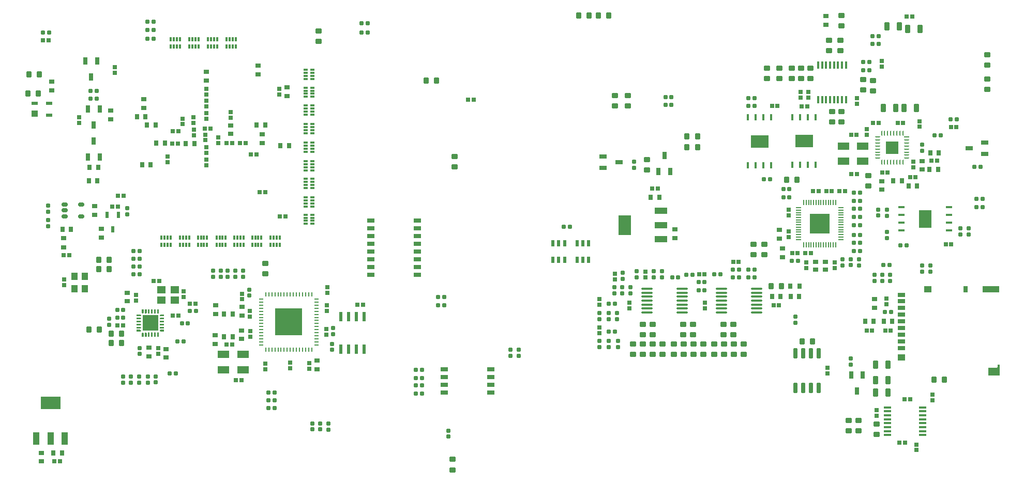
<source format=gbp>
G04*
G04 #@! TF.GenerationSoftware,Altium Limited,Altium Designer,24.10.1 (45)*
G04*
G04 Layer_Color=128*
%FSLAX44Y44*%
%MOMM*%
G71*
G04*
G04 #@! TF.SameCoordinates,98639135-FE56-4FAC-94B5-B9978FB97537*
G04*
G04*
G04 #@! TF.FilePolarity,Positive*
G04*
G01*
G75*
G04:AMPARAMS|DCode=25|XSize=1mm|YSize=0.9mm|CornerRadius=0.1125mm|HoleSize=0mm|Usage=FLASHONLY|Rotation=270.000|XOffset=0mm|YOffset=0mm|HoleType=Round|Shape=RoundedRectangle|*
%AMROUNDEDRECTD25*
21,1,1.0000,0.6750,0,0,270.0*
21,1,0.7750,0.9000,0,0,270.0*
1,1,0.2250,-0.3375,-0.3875*
1,1,0.2250,-0.3375,0.3875*
1,1,0.2250,0.3375,0.3875*
1,1,0.2250,0.3375,-0.3875*
%
%ADD25ROUNDEDRECTD25*%
%ADD28R,0.7500X0.9500*%
%ADD31R,0.9500X0.7500*%
%ADD32R,0.6400X0.6400*%
G04:AMPARAMS|DCode=33|XSize=0.6mm|YSize=0.6mm|CornerRadius=0.06mm|HoleSize=0mm|Usage=FLASHONLY|Rotation=270.000|XOffset=0mm|YOffset=0mm|HoleType=Round|Shape=RoundedRectangle|*
%AMROUNDEDRECTD33*
21,1,0.6000,0.4800,0,0,270.0*
21,1,0.4800,0.6000,0,0,270.0*
1,1,0.1200,-0.2400,-0.2400*
1,1,0.1200,-0.2400,0.2400*
1,1,0.1200,0.2400,0.2400*
1,1,0.1200,0.2400,-0.2400*
%
%ADD33ROUNDEDRECTD33*%
%ADD36R,0.6000X1.5500*%
%ADD44R,0.6400X0.6400*%
G04:AMPARAMS|DCode=53|XSize=0.6mm|YSize=0.6mm|CornerRadius=0.06mm|HoleSize=0mm|Usage=FLASHONLY|Rotation=180.000|XOffset=0mm|YOffset=0mm|HoleType=Round|Shape=RoundedRectangle|*
%AMROUNDEDRECTD53*
21,1,0.6000,0.4800,0,0,180.0*
21,1,0.4800,0.6000,0,0,180.0*
1,1,0.1200,-0.2400,0.2400*
1,1,0.1200,0.2400,0.2400*
1,1,0.1200,0.2400,-0.2400*
1,1,0.1200,-0.2400,-0.2400*
%
%ADD53ROUNDEDRECTD53*%
%ADD105R,1.0000X1.0000*%
%ADD106R,1.0000X0.6000*%
%ADD107R,1.2700X0.7600*%
%ADD108R,0.6500X1.2000*%
G04:AMPARAMS|DCode=109|XSize=1mm|YSize=0.9mm|CornerRadius=0.1125mm|HoleSize=0mm|Usage=FLASHONLY|Rotation=0.000|XOffset=0mm|YOffset=0mm|HoleType=Round|Shape=RoundedRectangle|*
%AMROUNDEDRECTD109*
21,1,1.0000,0.6750,0,0,0.0*
21,1,0.7750,0.9000,0,0,0.0*
1,1,0.2250,0.3875,-0.3375*
1,1,0.2250,-0.3875,-0.3375*
1,1,0.2250,-0.3875,0.3375*
1,1,0.2250,0.3875,0.3375*
%
%ADD109ROUNDEDRECTD109*%
G04:AMPARAMS|DCode=110|XSize=1.0611mm|YSize=0.3925mm|CornerRadius=0.1962mm|HoleSize=0mm|Usage=FLASHONLY|Rotation=0.000|XOffset=0mm|YOffset=0mm|HoleType=Round|Shape=RoundedRectangle|*
%AMROUNDEDRECTD110*
21,1,1.0611,0.0000,0,0,0.0*
21,1,0.6686,0.3925,0,0,0.0*
1,1,0.3925,0.3343,0.0000*
1,1,0.3925,-0.3343,0.0000*
1,1,0.3925,-0.3343,0.0000*
1,1,0.3925,0.3343,0.0000*
%
%ADD110ROUNDEDRECTD110*%
%ADD111R,1.0611X0.3925*%
%ADD113R,0.3000X0.6500*%
%ADD114R,1.1000X1.3000*%
%ADD115R,0.6500X0.3000*%
%ADD116R,1.4000X1.2000*%
%ADD117R,1.9000X1.2000*%
%ADD118R,1.2000X0.6500*%
%ADD119O,0.2500X0.7500*%
%ADD120O,0.7500X0.2500*%
%ADD121R,4.5000X4.5000*%
%ADD122R,0.6400X0.9200*%
%ADD123C,0.2520*%
%ADD124R,2.5000X2.5000*%
G04:AMPARAMS|DCode=125|XSize=0.4mm|YSize=1.2mm|CornerRadius=0.05mm|HoleSize=0mm|Usage=FLASHONLY|Rotation=90.000|XOffset=0mm|YOffset=0mm|HoleType=Round|Shape=RoundedRectangle|*
%AMROUNDEDRECTD125*
21,1,0.4000,1.1000,0,0,90.0*
21,1,0.3000,1.2000,0,0,90.0*
1,1,0.1000,0.5500,0.1500*
1,1,0.1000,0.5500,-0.1500*
1,1,0.1000,-0.5500,-0.1500*
1,1,0.1000,-0.5500,0.1500*
%
%ADD125ROUNDEDRECTD125*%
G04:AMPARAMS|DCode=126|XSize=1.3mm|YSize=0.8mm|CornerRadius=0.1mm|HoleSize=0mm|Usage=FLASHONLY|Rotation=90.000|XOffset=0mm|YOffset=0mm|HoleType=Round|Shape=RoundedRectangle|*
%AMROUNDEDRECTD126*
21,1,1.3000,0.6000,0,0,90.0*
21,1,1.1000,0.8000,0,0,90.0*
1,1,0.2000,0.3000,0.5500*
1,1,0.2000,0.3000,-0.5500*
1,1,0.2000,-0.3000,-0.5500*
1,1,0.2000,-0.3000,0.5500*
%
%ADD126ROUNDEDRECTD126*%
%ADD127R,0.6000X1.0000*%
G04:AMPARAMS|DCode=128|XSize=1.05mm|YSize=0.6mm|CornerRadius=0.15mm|HoleSize=0mm|Usage=FLASHONLY|Rotation=180.000|XOffset=0mm|YOffset=0mm|HoleType=Round|Shape=RoundedRectangle|*
%AMROUNDEDRECTD128*
21,1,1.0500,0.3000,0,0,180.0*
21,1,0.7500,0.6000,0,0,180.0*
1,1,0.3000,-0.3750,0.1500*
1,1,0.3000,0.3750,0.1500*
1,1,0.3000,0.3750,-0.1500*
1,1,0.3000,-0.3750,-0.1500*
%
%ADD128ROUNDEDRECTD128*%
%ADD129O,2.0000X0.3500*%
G04:AMPARAMS|DCode=130|XSize=0.4mm|YSize=1.2mm|CornerRadius=0.05mm|HoleSize=0mm|Usage=FLASHONLY|Rotation=180.000|XOffset=0mm|YOffset=0mm|HoleType=Round|Shape=RoundedRectangle|*
%AMROUNDEDRECTD130*
21,1,0.4000,1.1000,0,0,180.0*
21,1,0.3000,1.2000,0,0,180.0*
1,1,0.1000,-0.1500,0.5500*
1,1,0.1000,0.1500,0.5500*
1,1,0.1000,0.1500,-0.5500*
1,1,0.1000,-0.1500,-0.5500*
%
%ADD130ROUNDEDRECTD130*%
G04:AMPARAMS|DCode=131|XSize=0.8078mm|YSize=0.2393mm|CornerRadius=0.1196mm|HoleSize=0mm|Usage=FLASHONLY|Rotation=180.000|XOffset=0mm|YOffset=0mm|HoleType=Round|Shape=RoundedRectangle|*
%AMROUNDEDRECTD131*
21,1,0.8078,0.0000,0,0,180.0*
21,1,0.5686,0.2393,0,0,180.0*
1,1,0.2393,-0.2843,0.0000*
1,1,0.2393,0.2843,0.0000*
1,1,0.2393,0.2843,0.0000*
1,1,0.2393,-0.2843,0.0000*
%
%ADD131ROUNDEDRECTD131*%
G04:AMPARAMS|DCode=132|XSize=0.2393mm|YSize=0.8078mm|CornerRadius=0.1196mm|HoleSize=0mm|Usage=FLASHONLY|Rotation=180.000|XOffset=0mm|YOffset=0mm|HoleType=Round|Shape=RoundedRectangle|*
%AMROUNDEDRECTD132*
21,1,0.2393,0.5686,0,0,180.0*
21,1,0.0000,0.8078,0,0,180.0*
1,1,0.2393,0.0000,0.2843*
1,1,0.2393,0.0000,0.2843*
1,1,0.2393,0.0000,-0.2843*
1,1,0.2393,0.0000,-0.2843*
%
%ADD132ROUNDEDRECTD132*%
G04:AMPARAMS|DCode=135|XSize=1.0611mm|YSize=0.3925mm|CornerRadius=0.1962mm|HoleSize=0mm|Usage=FLASHONLY|Rotation=90.000|XOffset=0mm|YOffset=0mm|HoleType=Round|Shape=RoundedRectangle|*
%AMROUNDEDRECTD135*
21,1,1.0611,0.0000,0,0,90.0*
21,1,0.6686,0.3925,0,0,90.0*
1,1,0.3925,0.0000,0.3343*
1,1,0.3925,0.0000,-0.3343*
1,1,0.3925,0.0000,-0.3343*
1,1,0.3925,0.0000,0.3343*
%
%ADD135ROUNDEDRECTD135*%
%ADD136R,2.8000X1.0000*%
%ADD137R,0.8000X1.0000*%
%ADD138R,1.2000X1.0000*%
%ADD139R,3.2000X3.2000*%
%ADD140R,0.2000X0.8500*%
%ADD141R,0.9500X0.8000*%
%ADD142C,1.1447*%
%ADD143R,1.2000X0.7000*%
%ADD144R,2.1500X1.0000*%
G04:AMPARAMS|DCode=145|XSize=0.65mm|YSize=1.65mm|CornerRadius=0.0488mm|HoleSize=0mm|Usage=FLASHONLY|Rotation=0.000|XOffset=0mm|YOffset=0mm|HoleType=Round|Shape=RoundedRectangle|*
%AMROUNDEDRECTD145*
21,1,0.6500,1.5525,0,0,0.0*
21,1,0.5525,1.6500,0,0,0.0*
1,1,0.0975,0.2763,-0.7763*
1,1,0.0975,-0.2763,-0.7763*
1,1,0.0975,-0.2763,0.7763*
1,1,0.0975,0.2763,0.7763*
%
%ADD145ROUNDEDRECTD145*%
%ADD146R,1.0000X2.1500*%
%ADD147R,2.1500X3.2500*%
%ADD148R,0.3925X1.0611*%
%ADD149R,0.8078X0.2393*%
%ADD150R,0.8500X0.2000*%
%ADD151R,3.2500X2.1500*%
%ADD152R,0.9200X0.6400*%
%ADD256R,2.0724X2.9724*%
%ADD257R,2.9724X2.0724*%
%ADD258R,2.0239X2.0239*%
G36*
X536053Y634849D02*
X536447Y634455D01*
X536660Y633941D01*
Y633662D01*
Y633384D01*
X536447Y632869D01*
X536053Y632476D01*
X535538Y632262D01*
X529760D01*
Y635062D01*
X535538D01*
X536053Y634849D01*
D02*
G37*
G36*
X535260Y640062D02*
X535538D01*
X536053Y639849D01*
X536447Y639455D01*
X536660Y638941D01*
Y638662D01*
Y638384D01*
X536447Y637869D01*
X536053Y637476D01*
X535538Y637262D01*
X529760D01*
Y640062D01*
X535260D01*
Y640062D01*
D02*
G37*
G36*
X536053Y644849D02*
X536447Y644455D01*
X536660Y643941D01*
Y643662D01*
Y643384D01*
X536447Y642869D01*
X536053Y642476D01*
X535538Y642262D01*
X529760D01*
Y645062D01*
X535538D01*
X536053Y644849D01*
D02*
G37*
G36*
X540328Y630574D02*
X540722Y630180D01*
X540935Y629666D01*
Y629387D01*
Y623887D01*
X538135D01*
Y629387D01*
Y629666D01*
X538348Y630180D01*
X538742Y630574D01*
X539256Y630787D01*
X539813D01*
X540328Y630574D01*
D02*
G37*
G36*
X545328D02*
X545722Y630180D01*
X545935Y629666D01*
Y629387D01*
X545935Y623887D01*
X543135D01*
Y629387D01*
Y629666D01*
X543348Y630180D01*
X543742Y630574D01*
X544256Y630787D01*
X544813D01*
X545328Y630574D01*
D02*
G37*
G36*
X550328D02*
X550722Y630180D01*
X550935Y629666D01*
Y629387D01*
Y623887D01*
X548135D01*
Y629387D01*
Y629666D01*
X548348Y630180D01*
X548742Y630574D01*
X549256Y630787D01*
X549813D01*
X550328Y630574D01*
D02*
G37*
G36*
X536053Y649849D02*
X536447Y649455D01*
X536660Y648941D01*
Y648662D01*
Y648384D01*
X536447Y647869D01*
X536053Y647476D01*
X535538Y647262D01*
X529760D01*
Y650062D01*
X535538D01*
X536053Y649849D01*
D02*
G37*
G36*
Y654849D02*
X536447Y654455D01*
X536660Y653941D01*
Y653662D01*
Y653384D01*
X536447Y652869D01*
X536053Y652476D01*
X535538Y652262D01*
X535260D01*
X529760Y652262D01*
Y655062D01*
X535538D01*
X536053Y654849D01*
D02*
G37*
G36*
Y659849D02*
X536447Y659455D01*
X536660Y658941D01*
Y658662D01*
Y658384D01*
X536447Y657869D01*
X536053Y657476D01*
X535538Y657262D01*
X529760D01*
Y660062D01*
X535538D01*
X536053Y659849D01*
D02*
G37*
G36*
X540935Y662937D02*
Y662659D01*
X540722Y662144D01*
X540328Y661750D01*
X539813Y661537D01*
X539256D01*
X538742Y661750D01*
X538348Y662144D01*
X538135Y662659D01*
Y662937D01*
Y668437D01*
X540935D01*
Y662937D01*
D02*
G37*
G36*
X545935D02*
X545935D01*
Y662659D01*
X545722Y662144D01*
X545328Y661750D01*
X544813Y661537D01*
X544256D01*
X543742Y661750D01*
X543348Y662144D01*
X543135Y662659D01*
Y662937D01*
Y668437D01*
X545935D01*
Y662937D01*
D02*
G37*
G36*
X550935D02*
Y662659D01*
X550722Y662144D01*
X550328Y661750D01*
X549813Y661537D01*
X549256D01*
X548742Y661750D01*
X548348Y662144D01*
X548135Y662659D01*
Y662937D01*
Y668437D01*
X550935D01*
Y662937D01*
D02*
G37*
G36*
X565935D02*
Y662659D01*
X565722Y662144D01*
X565328Y661750D01*
X564813Y661537D01*
X564256D01*
X563742Y661750D01*
X563348Y662144D01*
X563135Y662659D01*
Y662937D01*
Y668437D01*
X565935D01*
Y662937D01*
D02*
G37*
G36*
X560935D02*
Y662659D01*
X560722Y662144D01*
X560328Y661750D01*
X559813Y661537D01*
X559256D01*
X558742Y661750D01*
X558348Y662144D01*
X558135Y662659D01*
Y662937D01*
X558135Y668437D01*
X560935D01*
Y662937D01*
D02*
G37*
G36*
X555935D02*
Y662659D01*
X555722Y662144D01*
X555328Y661750D01*
X554813Y661537D01*
X554256D01*
X553742Y661750D01*
X553348Y662144D01*
X553135Y662659D01*
Y662937D01*
Y668437D01*
X555935D01*
Y662937D01*
D02*
G37*
G36*
X574310Y657262D02*
X568531D01*
X568017Y657476D01*
X567623Y657869D01*
X567410Y658384D01*
Y658662D01*
Y658941D01*
X567623Y659455D01*
X568017Y659849D01*
X568531Y660062D01*
X574310D01*
Y657262D01*
D02*
G37*
G36*
Y652262D02*
X568810D01*
Y652262D01*
X568531D01*
X568017Y652476D01*
X567623Y652869D01*
X567410Y653384D01*
Y653662D01*
Y653941D01*
X567623Y654455D01*
X568017Y654849D01*
X568531Y655062D01*
X574310D01*
Y652262D01*
D02*
G37*
G36*
Y647262D02*
X568531D01*
X568017Y647476D01*
X567623Y647869D01*
X567410Y648384D01*
Y648662D01*
Y648941D01*
X567623Y649455D01*
X568017Y649849D01*
X568531Y650062D01*
X574310D01*
Y647262D01*
D02*
G37*
G36*
Y642262D02*
X568531D01*
X568017Y642476D01*
X567623Y642869D01*
X567410Y643384D01*
Y643662D01*
Y643941D01*
X567623Y644455D01*
X568017Y644849D01*
X568531Y645062D01*
X574310D01*
Y642262D01*
D02*
G37*
G36*
Y637262D02*
X568531D01*
X568017Y637476D01*
X567623Y637869D01*
X567410Y638384D01*
Y638662D01*
Y638941D01*
X567623Y639455D01*
X568017Y639849D01*
X568531Y640062D01*
X568810D01*
X574310Y640062D01*
Y637262D01*
D02*
G37*
G36*
Y632262D02*
X568531D01*
X568017Y632476D01*
X567623Y632869D01*
X567410Y633384D01*
Y633662D01*
Y633941D01*
X567623Y634455D01*
X568017Y634849D01*
X568531Y635062D01*
X574310D01*
Y632262D01*
D02*
G37*
G36*
X565328Y630574D02*
X565722Y630180D01*
X565935Y629666D01*
Y629387D01*
Y623887D01*
X563135D01*
Y629387D01*
Y629666D01*
X563348Y630180D01*
X563742Y630574D01*
X564256Y630787D01*
X564813D01*
X565328Y630574D01*
D02*
G37*
G36*
X560328D02*
X560722Y630180D01*
X560935Y629666D01*
Y629387D01*
Y623887D01*
X558135D01*
Y629387D01*
X558135D01*
Y629666D01*
X558348Y630180D01*
X558742Y630574D01*
X559256Y630787D01*
X559813D01*
X560328Y630574D01*
D02*
G37*
G36*
X555328D02*
X555722Y630180D01*
X555935Y629666D01*
Y629387D01*
Y623887D01*
X553135D01*
Y629387D01*
Y629666D01*
X553348Y630180D01*
X553742Y630574D01*
X554256Y630787D01*
X554813D01*
X555328Y630574D01*
D02*
G37*
G36*
X1942515Y559742D02*
X1923515D01*
Y572742D01*
X1937515D01*
X1939015Y574242D01*
Y578242D01*
X1942515D01*
Y559742D01*
D02*
G37*
D25*
X1020841Y1043718D02*
D03*
X1003841D02*
D03*
X467901Y750094D02*
D03*
X484901D02*
D03*
X484647Y734600D02*
D03*
X467647D02*
D03*
X504745Y613156D02*
D03*
X487745D02*
D03*
X451645Y635286D02*
D03*
X468645D02*
D03*
X1270665Y1150396D02*
D03*
X1253665D02*
D03*
X1302665D02*
D03*
X1285665D02*
D03*
X1430665Y952396D02*
D03*
X1447665D02*
D03*
X1430665Y934396D02*
D03*
X1447665D02*
D03*
X1851665Y553396D02*
D03*
X487745Y628396D02*
D03*
X370125Y1053846D02*
D03*
X368855Y1022096D02*
D03*
X504745Y628396D02*
D03*
X1610445Y880796D02*
D03*
X1593445D02*
D03*
X1834665Y553396D02*
D03*
X1585225Y706160D02*
D03*
X1568225D02*
D03*
X1636025Y616256D02*
D03*
X1619025D02*
D03*
X353125Y1053846D02*
D03*
X351855Y1022096D02*
D03*
D28*
X764803Y936784D02*
D03*
X778803D02*
D03*
X725976Y970816D02*
D03*
X739976D02*
D03*
X546565Y970816D02*
D03*
X560565D02*
D03*
X623941Y940383D02*
D03*
X609941D02*
D03*
X538565Y905816D02*
D03*
X552565D02*
D03*
X451479Y879126D02*
D03*
X465479D02*
D03*
X575565Y940816D02*
D03*
X561565D02*
D03*
X421929Y799580D02*
D03*
X1583810Y689891D02*
D03*
X1828805Y924866D02*
D03*
X530107Y984028D02*
D03*
X1807245Y871156D02*
D03*
X1614205Y689892D02*
D03*
X1752605Y649276D02*
D03*
X1722125D02*
D03*
X1385165Y852396D02*
D03*
X466415Y901002D02*
D03*
X407145Y433366D02*
D03*
X1842805Y924866D02*
D03*
X1793245Y871156D02*
D03*
X1371165Y852396D02*
D03*
X544107Y984028D02*
D03*
X1736125Y649276D02*
D03*
X1766605D02*
D03*
X393145Y433366D02*
D03*
X1600205Y689892D02*
D03*
X1569810Y689891D02*
D03*
X407929Y799580D02*
D03*
X452415Y901002D02*
D03*
D31*
X776121Y1032176D02*
D03*
Y1018176D02*
D03*
X701445Y634046D02*
D03*
Y620046D02*
D03*
X683650Y970210D02*
D03*
Y956210D02*
D03*
X643565Y1043816D02*
D03*
Y1057816D02*
D03*
X487355Y994362D02*
D03*
Y980362D02*
D03*
X659155Y661086D02*
D03*
Y675086D02*
D03*
X658265Y625776D02*
D03*
Y611776D02*
D03*
X702335Y658546D02*
D03*
Y672546D02*
D03*
X514481Y681794D02*
D03*
Y695794D02*
D03*
X460649Y837632D02*
D03*
X472083Y786274D02*
D03*
X1658005Y1135036D02*
D03*
X1815485Y911546D02*
D03*
X735005Y955436D02*
D03*
X1749445Y864526D02*
D03*
X1738015Y684974D02*
D03*
X541323Y998782D02*
D03*
X1581805Y784516D02*
D03*
X1586885Y754036D02*
D03*
X1411165Y799396D02*
D03*
X549585Y591566D02*
D03*
X728565Y1067816D02*
D03*
X578001Y589678D02*
D03*
X390835Y1041796D02*
D03*
X825175Y570596D02*
D03*
X373565Y419316D02*
D03*
X1738015Y670974D02*
D03*
X1815485Y897546D02*
D03*
X735005Y941436D02*
D03*
X1749445Y878526D02*
D03*
X728565Y1053816D02*
D03*
X1411165Y785396D02*
D03*
X1581805Y798516D02*
D03*
X541323Y1012782D02*
D03*
X472083Y800274D02*
D03*
X1586885Y768036D02*
D03*
X1658005Y1149036D02*
D03*
X373565Y433316D02*
D03*
X460649Y823632D02*
D03*
X825175Y584596D02*
D03*
X549585Y605566D02*
D03*
X578001Y603678D02*
D03*
X390835Y1027796D02*
D03*
D32*
X557145Y715296D02*
D03*
X566345D02*
D03*
X686226Y940868D02*
D03*
X677027D02*
D03*
X773165Y820816D02*
D03*
X763965D02*
D03*
X498695Y854555D02*
D03*
X507895D02*
D03*
X588965Y960816D02*
D03*
X598165D02*
D03*
X701505Y552196D02*
D03*
X692305D02*
D03*
X685725Y611156D02*
D03*
X676525D02*
D03*
X899975Y675706D02*
D03*
X890775D02*
D03*
X588895Y658146D02*
D03*
X598095D02*
D03*
X616448Y677570D02*
D03*
X625648D02*
D03*
X507397Y641869D02*
D03*
X498197D02*
D03*
X1744250Y973986D02*
D03*
X1735050D02*
D03*
X489577Y836794D02*
D03*
X498777Y836794D02*
D03*
X650781Y965186D02*
D03*
X641581D02*
D03*
X1581325Y675543D02*
D03*
X1789965Y1148396D02*
D03*
X1871765Y967396D02*
D03*
X1775325Y974396D02*
D03*
X1618325Y1001534D02*
D03*
X1830725Y912166D02*
D03*
X1804845Y885504D02*
D03*
X1708325Y954584D02*
D03*
X1759125Y893116D02*
D03*
X1699605Y890288D02*
D03*
X1578785Y1002336D02*
D03*
X708165Y940816D02*
D03*
X1689007Y862636D02*
D03*
X1854065Y775006D02*
D03*
X1658485Y862636D02*
D03*
X1637139D02*
D03*
X1624195Y761036D02*
D03*
X1755005Y634036D02*
D03*
X1724525D02*
D03*
X1382765Y866396D02*
D03*
X1602605Y761036D02*
D03*
X419529Y757292D02*
D03*
X1072487Y1012265D02*
D03*
X597172Y940583D02*
D03*
X726064Y922560D02*
D03*
X731135Y860330D02*
D03*
X385735Y1109676D02*
D03*
X404125Y419396D02*
D03*
X376535Y1109676D02*
D03*
X1749925Y893116D02*
D03*
X1839925Y912166D02*
D03*
X1784525Y974396D02*
D03*
X1862565Y967396D02*
D03*
X1799165Y1148396D02*
D03*
X1373565Y866396D02*
D03*
X1569585Y1002336D02*
D03*
X1795645Y885504D02*
D03*
X716864Y922560D02*
D03*
X1450205Y726098D02*
D03*
X587972Y940583D02*
D03*
X740335Y860330D02*
D03*
X698965Y940816D02*
D03*
X1081687Y1012265D02*
D03*
X1733725Y634036D02*
D03*
X1646339Y862636D02*
D03*
X1627525Y1001534D02*
D03*
X1679807Y862636D02*
D03*
X1611805Y761036D02*
D03*
X1764205Y634036D02*
D03*
X1863265Y775006D02*
D03*
X1506085Y746768D02*
D03*
X1515285D02*
D03*
X1459405Y726098D02*
D03*
X1633395Y761036D02*
D03*
X1667685Y862636D02*
D03*
X394925Y419396D02*
D03*
X1699125Y954584D02*
D03*
X1786565Y521396D02*
D03*
X1795765D02*
D03*
X1778565Y450396D02*
D03*
X1787765D02*
D03*
X1572125Y675543D02*
D03*
X410329Y757292D02*
D03*
X1708805Y890288D02*
D03*
D33*
X1395247Y1003352D02*
D03*
X1405247D02*
D03*
X996513Y556038D02*
D03*
X986513D02*
D03*
X454383Y1026192D02*
D03*
X464383D02*
D03*
X454415Y1014032D02*
D03*
X464415D02*
D03*
X907899Y1137222D02*
D03*
X897899D02*
D03*
X907899Y1121982D02*
D03*
X897899D02*
D03*
X534265Y764286D02*
D03*
X524265D02*
D03*
X534265Y738886D02*
D03*
X524265D02*
D03*
X534265Y726186D02*
D03*
X524265D02*
D03*
X534265Y751586D02*
D03*
X524265D02*
D03*
X507797Y654602D02*
D03*
X497797D02*
D03*
X507797Y667891D02*
D03*
X497797D02*
D03*
X616435Y665766D02*
D03*
X626435D02*
D03*
X997021Y568992D02*
D03*
X987021D02*
D03*
X996545Y530686D02*
D03*
X986545D02*
D03*
X996545Y543686D02*
D03*
X986545D02*
D03*
X583875Y563183D02*
D03*
X593875D02*
D03*
X1836165Y953396D02*
D03*
X1846165D02*
D03*
X1904165Y836396D02*
D03*
X1914165D02*
D03*
X557125Y1112266D02*
D03*
X547125D02*
D03*
X1395247Y1016640D02*
D03*
X1405247D02*
D03*
X1449330Y713364D02*
D03*
X1429485Y725476D02*
D03*
X1541085Y720746D02*
D03*
Y734035D02*
D03*
X1744285Y1103347D02*
D03*
X1872165Y980396D02*
D03*
X386135Y1122676D02*
D03*
X1914165Y849396D02*
D03*
X1904165D02*
D03*
X1911165Y902396D02*
D03*
X1901165D02*
D03*
X613565Y645816D02*
D03*
X603565D02*
D03*
X557116Y1140156D02*
D03*
X547116Y1140156D02*
D03*
X547125Y1126236D02*
D03*
X557125D02*
D03*
X1238829Y804196D02*
D03*
X1228829D02*
D03*
X755245Y506476D02*
D03*
X745245D02*
D03*
X755245Y519176D02*
D03*
X745245D02*
D03*
X755245Y531876D02*
D03*
X745245D02*
D03*
X1762065Y741431D02*
D03*
X1752065D02*
D03*
X1764605Y664516D02*
D03*
X1754605D02*
D03*
X1862165Y980396D02*
D03*
X1439485Y725476D02*
D03*
X1713805Y846621D02*
D03*
X1703805D02*
D03*
X1790005Y773762D02*
D03*
X1713805Y777453D02*
D03*
X1556485Y881702D02*
D03*
X1531085Y1015036D02*
D03*
Y1001630D02*
D03*
X1023440Y675461D02*
D03*
X1602205Y748302D02*
D03*
X1302485Y632206D02*
D03*
X1505685Y734035D02*
D03*
X1302485Y677926D02*
D03*
X1713805Y764164D02*
D03*
X1531085Y734035D02*
D03*
X1475205Y725746D02*
D03*
X1780005Y773762D02*
D03*
X1612205Y748302D02*
D03*
X1033290Y688651D02*
D03*
X1023290D02*
D03*
X1033440Y675461D02*
D03*
X1588235Y865764D02*
D03*
X1598235D02*
D03*
X1713805Y859910D02*
D03*
X1703805D02*
D03*
X1588315Y852476D02*
D03*
X1598315D02*
D03*
X1713805Y833333D02*
D03*
X1703805D02*
D03*
X1713725Y820044D02*
D03*
X1703725D02*
D03*
X1541085Y1001630D02*
D03*
X1713725Y806756D02*
D03*
X1703725D02*
D03*
X1713805Y790741D02*
D03*
X1703805D02*
D03*
X1541085Y1015036D02*
D03*
X1703805Y777453D02*
D03*
X1566485Y881702D02*
D03*
X1703805Y764164D02*
D03*
X1744285Y1116636D02*
D03*
X1734285D02*
D03*
Y1103347D02*
D03*
X1719045Y1060756D02*
D03*
X1729045D02*
D03*
X1719045Y1074044D02*
D03*
X1729045D02*
D03*
X1515685Y734035D02*
D03*
X1505765Y720746D02*
D03*
X1515765D02*
D03*
X1531085D02*
D03*
X1485205Y725746D02*
D03*
X1416196Y720868D02*
D03*
X1406196D02*
D03*
X1449330Y700076D02*
D03*
X1459330D02*
D03*
Y713364D02*
D03*
X1312485Y632206D02*
D03*
Y677926D02*
D03*
X596655Y615696D02*
D03*
X606655D02*
D03*
X376135Y1122676D02*
D03*
D36*
X863625Y656986D02*
D03*
X889025D02*
D03*
X901725D02*
D03*
X876325D02*
D03*
X863625Y602986D02*
D03*
X876325D02*
D03*
X889025D02*
D03*
X901725D02*
D03*
D44*
X606502Y697712D02*
D03*
Y688512D02*
D03*
X580162Y919174D02*
D03*
Y909974D02*
D03*
X493565Y1065416D02*
D03*
Y1056216D02*
D03*
X623088Y962886D02*
D03*
Y953686D02*
D03*
X435285Y983072D02*
D03*
Y973872D02*
D03*
X715415Y623856D02*
D03*
Y633056D02*
D03*
X702207Y685042D02*
D03*
Y694242D02*
D03*
X714775Y656646D02*
D03*
Y665846D02*
D03*
X841425Y695516D02*
D03*
Y704716D02*
D03*
X839775Y636446D02*
D03*
Y627246D02*
D03*
X840775Y666246D02*
D03*
Y675446D02*
D03*
X528830Y682548D02*
D03*
Y691748D02*
D03*
X411123Y708664D02*
D03*
Y717864D02*
D03*
X1741165Y502996D02*
D03*
Y493796D02*
D03*
X1811165Y976996D02*
D03*
Y967796D02*
D03*
X1724890Y954535D02*
D03*
Y963735D02*
D03*
X643565Y981216D02*
D03*
Y990416D02*
D03*
X642136Y945809D02*
D03*
Y955009D02*
D03*
X643530Y934142D02*
D03*
Y924942D02*
D03*
X1336489Y669996D02*
D03*
X1459885Y670076D02*
D03*
X1749445Y1075516D02*
D03*
X1708805Y1014556D02*
D03*
X1628816Y1024716D02*
D03*
X1616638D02*
D03*
X1801515Y910416D02*
D03*
X622827Y973931D02*
D03*
X604364Y972066D02*
D03*
X763081Y1021074D02*
D03*
X663565Y950416D02*
D03*
X1757065Y686172D02*
D03*
X1672752Y745316D02*
D03*
X1625535Y736116D02*
D03*
X1832165Y528996D02*
D03*
X1806165Y437796D02*
D03*
X1660545Y563396D02*
D03*
X1597045Y822476D02*
D03*
X683631Y982331D02*
D03*
X1597045Y786916D02*
D03*
X643565Y1020816D02*
D03*
Y1010816D02*
D03*
X643423Y904564D02*
D03*
X564825Y595856D02*
D03*
X740085Y570456D02*
D03*
X780725Y571726D02*
D03*
X812475Y571246D02*
D03*
X1757065Y676972D02*
D03*
X1801515Y901216D02*
D03*
X1749445Y1066316D02*
D03*
X740085Y579656D02*
D03*
X780725Y580926D02*
D03*
X1287165Y629591D02*
D03*
X763081Y1030274D02*
D03*
X604364Y981266D02*
D03*
X683631Y991531D02*
D03*
X1287165Y676340D02*
D03*
X1362743Y720876D02*
D03*
X622827Y983131D02*
D03*
X663565Y941216D02*
D03*
X1312565Y726981D02*
D03*
X812475Y580446D02*
D03*
X643423Y913764D02*
D03*
X643565Y1030016D02*
D03*
Y1001616D02*
D03*
X1660545Y572596D02*
D03*
X1597045Y796116D02*
D03*
Y831676D02*
D03*
X1287165Y638791D02*
D03*
X1362743Y730076D02*
D03*
X1287165Y685540D02*
D03*
X1312565Y717781D02*
D03*
X1672752Y736116D02*
D03*
X1625535Y745316D02*
D03*
X1616638Y1015516D02*
D03*
X1628816D02*
D03*
X1708805Y1005356D02*
D03*
X1832165Y519796D02*
D03*
X1806165Y446996D02*
D03*
X1336489Y679196D02*
D03*
X1459885Y679276D02*
D03*
X564825Y605056D02*
D03*
D53*
X830315Y471706D02*
D03*
Y481706D02*
D03*
X678585Y731646D02*
D03*
Y721646D02*
D03*
X850965Y637741D02*
D03*
Y627741D02*
D03*
X714399Y700992D02*
D03*
Y690992D02*
D03*
X849655Y602126D02*
D03*
Y612126D02*
D03*
X484509Y653375D02*
D03*
Y643375D02*
D03*
X520398Y548471D02*
D03*
Y558471D02*
D03*
X507110Y548551D02*
D03*
Y558551D02*
D03*
X547750Y548471D02*
D03*
Y558471D02*
D03*
X533687Y548551D02*
D03*
Y558551D02*
D03*
X560983Y548752D02*
D03*
Y558752D02*
D03*
X1344319Y900542D02*
D03*
Y910542D02*
D03*
X513857Y834546D02*
D03*
Y824546D02*
D03*
X384649Y804712D02*
D03*
X1302405Y606886D02*
D03*
X1287165D02*
D03*
X1302405Y652606D02*
D03*
X1287165Y652686D02*
D03*
X1324676Y695076D02*
D03*
X1311388D02*
D03*
X1389353Y720868D02*
D03*
X1348125D02*
D03*
X1815485Y928756D02*
D03*
X1698645Y588236D02*
D03*
X843603Y481561D02*
D03*
Y471561D02*
D03*
X817026Y481706D02*
D03*
Y471706D02*
D03*
X1155165Y602396D02*
D03*
Y592396D02*
D03*
X1141165Y602396D02*
D03*
Y592396D02*
D03*
X654455Y721646D02*
D03*
Y731646D02*
D03*
X667155Y721646D02*
D03*
Y731646D02*
D03*
X703985Y721726D02*
D03*
Y731726D02*
D03*
X691285Y721726D02*
D03*
Y731726D02*
D03*
X1738015Y725396D02*
D03*
Y715396D02*
D03*
X1750715Y725396D02*
D03*
Y715396D02*
D03*
X1763415Y725396D02*
D03*
Y715396D02*
D03*
X1815485Y740636D02*
D03*
Y730636D02*
D03*
X1829455Y730556D02*
D03*
Y740556D02*
D03*
X1815485Y938756D02*
D03*
X1758351Y795659D02*
D03*
Y785659D02*
D03*
X1287165Y616886D02*
D03*
X1758335Y832076D02*
D03*
X1287165Y662686D02*
D03*
X1376065Y720868D02*
D03*
X1039773Y469852D02*
D03*
X1608479Y646542D02*
D03*
X1325298Y728364D02*
D03*
X1878279Y791596D02*
D03*
X1743800Y832161D02*
D03*
X1685485Y740716D02*
D03*
X1348125Y730868D02*
D03*
X1891685Y791596D02*
D03*
X1712063Y740716D02*
D03*
X1311388Y705076D02*
D03*
X1698774Y740876D02*
D03*
X384649Y814712D02*
D03*
X1698645Y578236D02*
D03*
X1608479Y656542D02*
D03*
X1039773Y459852D02*
D03*
X1743800Y822161D02*
D03*
X1758335Y822076D02*
D03*
X1891685Y801596D02*
D03*
X1878279D02*
D03*
X1685485Y750716D02*
D03*
X1712063D02*
D03*
X1698774Y750876D02*
D03*
X1389353Y730868D02*
D03*
X1376065D02*
D03*
X1337965Y705076D02*
D03*
Y695076D02*
D03*
X1325298Y718364D02*
D03*
X1302405Y662606D02*
D03*
X1324676Y705076D02*
D03*
X1315693Y652606D02*
D03*
Y662606D02*
D03*
X1302405Y616886D02*
D03*
X1317645Y606886D02*
D03*
Y616886D02*
D03*
X384649Y838712D02*
D03*
Y828712D02*
D03*
X534345Y605376D02*
D03*
Y595376D02*
D03*
D105*
X362325Y989196D02*
D03*
D106*
X386325Y987196D02*
D03*
Y1006196D02*
D03*
X362325D02*
D03*
D107*
X912805Y801116D02*
D03*
Y737616D02*
D03*
Y788416D02*
D03*
Y763016D02*
D03*
Y775716D02*
D03*
Y750316D02*
D03*
Y813816D02*
D03*
Y724916D02*
D03*
X989005Y813816D02*
D03*
Y801116D02*
D03*
Y788416D02*
D03*
Y775716D02*
D03*
Y763016D02*
D03*
Y750316D02*
D03*
Y737616D02*
D03*
Y724916D02*
D03*
X1109365Y570536D02*
D03*
Y557836D02*
D03*
Y545136D02*
D03*
Y532436D02*
D03*
X1033165Y557836D02*
D03*
Y570536D02*
D03*
Y545136D02*
D03*
Y532436D02*
D03*
D108*
X1402943Y894874D02*
D03*
X1383943D02*
D03*
X1393443Y920874D02*
D03*
X468915Y918482D02*
D03*
X449915D02*
D03*
X459415Y944482D02*
D03*
X449915Y996552D02*
D03*
X468915D02*
D03*
X459415Y970552D02*
D03*
X455319Y1049514D02*
D03*
X464819Y1075514D02*
D03*
X445819D02*
D03*
X1718305Y560676D02*
D03*
X1699305D02*
D03*
X1708805Y534676D02*
D03*
D109*
X1364893Y897296D02*
D03*
Y914296D02*
D03*
X1049965Y918836D02*
D03*
Y901836D02*
D03*
X740307Y726862D02*
D03*
Y743862D02*
D03*
X1312165Y1001896D02*
D03*
Y1018896D02*
D03*
X1334165Y1002396D02*
D03*
Y1019396D02*
D03*
X1358365Y644074D02*
D03*
X1374383D02*
D03*
X1424405D02*
D03*
X1440423Y644196D02*
D03*
X1490365Y644074D02*
D03*
X1506383D02*
D03*
X1734983Y1043856D02*
D03*
X1683405Y1133536D02*
D03*
X1681580Y1109436D02*
D03*
X1663085Y1109896D02*
D03*
X1602125Y1047176D02*
D03*
X1539165Y774896D02*
D03*
Y757896D02*
D03*
X1922165Y1045896D02*
D03*
Y1028896D02*
D03*
Y1085896D02*
D03*
Y1068896D02*
D03*
X1727855Y887646D02*
D03*
Y870646D02*
D03*
X1557165Y774896D02*
D03*
Y757896D02*
D03*
X1409165Y612056D02*
D03*
X1475125D02*
D03*
X1390402D02*
D03*
X1457220D02*
D03*
X1695326Y469326D02*
D03*
X1047139Y405552D02*
D03*
X1741165Y463896D02*
D03*
X1711345Y469326D02*
D03*
X827715Y1124576D02*
D03*
X1523180Y612056D02*
D03*
X1358365D02*
D03*
X827715Y1107576D02*
D03*
X1711345Y486326D02*
D03*
X1561485Y1064176D02*
D03*
Y1047176D02*
D03*
X1718965Y1045126D02*
D03*
Y1028126D02*
D03*
X1734983Y1026856D02*
D03*
X1632605Y1064176D02*
D03*
Y1047176D02*
D03*
X1683405Y1150536D02*
D03*
X1581805Y1047176D02*
D03*
Y1064176D02*
D03*
X1681580Y1092436D02*
D03*
X1668165Y976056D02*
D03*
Y993056D02*
D03*
X1663085Y1092896D02*
D03*
X1602125Y1064176D02*
D03*
X1683405Y976056D02*
D03*
Y993056D02*
D03*
X1617365Y1064176D02*
D03*
Y1047176D02*
D03*
X1506383Y627074D02*
D03*
X1490365D02*
D03*
X1491143Y595056D02*
D03*
Y612056D02*
D03*
X1507162Y595056D02*
D03*
Y612056D02*
D03*
X1475125Y595056D02*
D03*
X1523180D02*
D03*
X1741165Y480896D02*
D03*
X1358365Y627074D02*
D03*
X1374383D02*
D03*
X1440423Y627196D02*
D03*
X1424405Y627074D02*
D03*
X1358365Y595056D02*
D03*
X1374383D02*
D03*
Y612056D02*
D03*
X1441202Y595056D02*
D03*
Y612056D02*
D03*
X1425183Y595056D02*
D03*
Y612056D02*
D03*
X1409165Y595056D02*
D03*
X1457220D02*
D03*
X1342346D02*
D03*
Y612056D02*
D03*
X1390402Y595056D02*
D03*
X1047139Y422552D02*
D03*
X1695326Y486326D02*
D03*
D110*
X1859820Y797866D02*
D03*
Y835966D02*
D03*
Y823266D02*
D03*
Y810566D02*
D03*
X1781309D02*
D03*
Y823266D02*
D03*
Y835966D02*
D03*
D111*
Y797866D02*
D03*
D113*
X629835Y785946D02*
D03*
X644835Y785946D02*
D03*
X639835D02*
D03*
X634835D02*
D03*
X644835Y774446D02*
D03*
X639835D02*
D03*
X634835D02*
D03*
X629835D02*
D03*
X585385Y1099496D02*
D03*
X590385D02*
D03*
X600385D02*
D03*
X595385D02*
D03*
X600385Y1110996D02*
D03*
X595385D02*
D03*
X590385Y1110996D02*
D03*
X585385D02*
D03*
X748975Y774446D02*
D03*
X753975D02*
D03*
X758975D02*
D03*
X763975D02*
D03*
X758975Y785946D02*
D03*
X763975D02*
D03*
X748975D02*
D03*
X753975D02*
D03*
X718735Y774446D02*
D03*
X723735D02*
D03*
X728735D02*
D03*
X733735D02*
D03*
X728735Y785946D02*
D03*
X723735D02*
D03*
X718735D02*
D03*
X733735D02*
D03*
X689445Y774446D02*
D03*
X694445D02*
D03*
X699445Y774446D02*
D03*
X704445D02*
D03*
X694445Y785946D02*
D03*
X689445Y785946D02*
D03*
X704445Y785946D02*
D03*
X699445D02*
D03*
X570145Y774446D02*
D03*
X575145D02*
D03*
X580145D02*
D03*
X585145D02*
D03*
X580145Y785946D02*
D03*
X585145D02*
D03*
X575145D02*
D03*
X570145D02*
D03*
X660315Y774446D02*
D03*
X665315D02*
D03*
X670315Y774446D02*
D03*
X675315Y774446D02*
D03*
X660315Y785946D02*
D03*
X665315D02*
D03*
X675315D02*
D03*
X670315D02*
D03*
X600385Y774446D02*
D03*
X605385D02*
D03*
X610385D02*
D03*
X615385D02*
D03*
X615385Y785946D02*
D03*
X600385D02*
D03*
X605385D02*
D03*
X610385D02*
D03*
X661185Y1099496D02*
D03*
X656185D02*
D03*
X651185D02*
D03*
X646185D02*
D03*
X661185Y1110996D02*
D03*
X656185D02*
D03*
X651185D02*
D03*
X646185D02*
D03*
X686585Y1099566D02*
D03*
X681585D02*
D03*
X691585Y1111066D02*
D03*
X686585D02*
D03*
X681585Y1111066D02*
D03*
X676585Y1111066D02*
D03*
Y1099566D02*
D03*
X691585D02*
D03*
X630785Y1111066D02*
D03*
X625785D02*
D03*
X620785D02*
D03*
X615785D02*
D03*
X630785Y1099566D02*
D03*
X615785Y1099566D02*
D03*
X620785D02*
D03*
X625785D02*
D03*
D114*
X428019Y723002D02*
D03*
X444519D02*
D03*
Y702002D02*
D03*
X428019D02*
D03*
D115*
X817625Y1032016D02*
D03*
Y1027016D02*
D03*
Y1022016D02*
D03*
Y1017016D02*
D03*
X806055Y808736D02*
D03*
Y813736D02*
D03*
Y818736D02*
D03*
Y823736D02*
D03*
X817555Y808736D02*
D03*
Y813736D02*
D03*
X817555Y818736D02*
D03*
Y823736D02*
D03*
X806055Y836836D02*
D03*
Y841836D02*
D03*
Y846836D02*
D03*
Y851836D02*
D03*
X817555Y836836D02*
D03*
Y841836D02*
D03*
X817555Y846836D02*
D03*
Y851836D02*
D03*
X806125Y1046226D02*
D03*
Y1061226D02*
D03*
Y1056226D02*
D03*
Y1051226D02*
D03*
X817625Y1061226D02*
D03*
Y1056226D02*
D03*
Y1051226D02*
D03*
Y1046226D02*
D03*
X806125Y1032016D02*
D03*
Y1017016D02*
D03*
Y1027016D02*
D03*
Y1022016D02*
D03*
X806055Y926926D02*
D03*
Y931926D02*
D03*
Y936926D02*
D03*
Y941926D02*
D03*
X817555Y926926D02*
D03*
Y931926D02*
D03*
X817555Y936926D02*
D03*
Y941926D02*
D03*
X806125Y992806D02*
D03*
Y997806D02*
D03*
Y1002806D02*
D03*
Y987806D02*
D03*
X817625Y1002806D02*
D03*
Y997806D02*
D03*
Y992806D02*
D03*
Y987806D02*
D03*
Y957326D02*
D03*
Y962326D02*
D03*
X817625Y967326D02*
D03*
Y972326D02*
D03*
X806125Y962326D02*
D03*
Y967326D02*
D03*
Y972326D02*
D03*
Y957326D02*
D03*
X817555Y911526D02*
D03*
Y906526D02*
D03*
X817555Y901526D02*
D03*
Y896526D02*
D03*
X806055Y911526D02*
D03*
Y906526D02*
D03*
Y901526D02*
D03*
Y896526D02*
D03*
X817555Y867316D02*
D03*
Y872316D02*
D03*
Y877316D02*
D03*
Y882316D02*
D03*
X806055Y882316D02*
D03*
X806055Y867316D02*
D03*
Y872316D02*
D03*
Y877316D02*
D03*
D116*
X569697Y684012D02*
D03*
X591697Y701012D02*
D03*
Y684012D02*
D03*
X569697Y701012D02*
D03*
D117*
X671475Y594446D02*
D03*
X703475Y569446D02*
D03*
Y594446D02*
D03*
X671475Y569446D02*
D03*
X1718444Y911387D02*
D03*
X1686444Y936387D02*
D03*
Y911387D02*
D03*
X1718444Y936387D02*
D03*
D118*
X1319427Y909606D02*
D03*
X1293427Y919106D02*
D03*
Y900106D02*
D03*
X1918165Y922896D02*
D03*
X1892165Y932396D02*
D03*
X1918165Y941896D02*
D03*
D119*
X756035Y693016D02*
D03*
X811035D02*
D03*
Y602516D02*
D03*
X781035D02*
D03*
X741035Y693016D02*
D03*
X746035D02*
D03*
X751035D02*
D03*
X761035D02*
D03*
X766035D02*
D03*
X771035D02*
D03*
X776035D02*
D03*
X786035D02*
D03*
X791035D02*
D03*
X796035D02*
D03*
X801035D02*
D03*
X806035D02*
D03*
X816035D02*
D03*
Y602516D02*
D03*
X801035D02*
D03*
X796035D02*
D03*
X791035D02*
D03*
X786035D02*
D03*
X776035D02*
D03*
X771035D02*
D03*
X766035D02*
D03*
X761035D02*
D03*
X756035D02*
D03*
X751035D02*
D03*
X746035D02*
D03*
X741035D02*
D03*
X806035D02*
D03*
X781035Y693016D02*
D03*
D120*
X823785Y640266D02*
D03*
X733285Y615266D02*
D03*
Y620266D02*
D03*
Y625266D02*
D03*
Y635266D02*
D03*
Y640266D02*
D03*
Y645266D02*
D03*
Y650266D02*
D03*
Y665266D02*
D03*
Y675266D02*
D03*
Y685266D02*
D03*
X823785D02*
D03*
Y680266D02*
D03*
Y670266D02*
D03*
Y665266D02*
D03*
Y660266D02*
D03*
Y655266D02*
D03*
Y650266D02*
D03*
Y645266D02*
D03*
Y635266D02*
D03*
Y630266D02*
D03*
Y625266D02*
D03*
Y620266D02*
D03*
Y610266D02*
D03*
Y675266D02*
D03*
Y615266D02*
D03*
X733285Y680266D02*
D03*
Y670266D02*
D03*
Y660266D02*
D03*
Y655266D02*
D03*
Y630266D02*
D03*
Y610266D02*
D03*
D121*
X778535Y647766D02*
D03*
D122*
X686775Y660466D02*
D03*
X672175D02*
D03*
X687155Y623856D02*
D03*
X672555D02*
D03*
X1827235Y898196D02*
D03*
X1841835D02*
D03*
X1767865Y879146D02*
D03*
X1782465D02*
D03*
X1599905Y706160D02*
D03*
X1614505D02*
D03*
D123*
X564535Y665131D02*
D03*
X559535D02*
D03*
X554535D02*
D03*
X549535Y664987D02*
D03*
X544535D02*
D03*
X539535D02*
D03*
Y625287D02*
D03*
X544535D02*
D03*
X549535D02*
D03*
X554535Y627337D02*
D03*
X559535D02*
D03*
X564535D02*
D03*
X533066Y658662D02*
D03*
Y653662D02*
D03*
Y648662D02*
D03*
X533210Y643662D02*
D03*
Y633662D02*
D03*
X572910D02*
D03*
Y638662D02*
D03*
Y643662D02*
D03*
X570860Y648662D02*
D03*
Y653662D02*
D03*
Y658662D02*
D03*
X533210Y638662D02*
D03*
D124*
X552035Y646162D02*
D03*
D125*
X1816165Y507896D02*
D03*
Y501396D02*
D03*
Y494896D02*
D03*
Y488396D02*
D03*
Y481896D02*
D03*
Y475396D02*
D03*
X1816165Y468896D02*
D03*
X1816165Y462396D02*
D03*
X1759165Y507896D02*
D03*
Y488396D02*
D03*
Y481896D02*
D03*
X1759165Y468896D02*
D03*
X1759165Y501396D02*
D03*
Y462396D02*
D03*
Y475396D02*
D03*
Y494896D02*
D03*
D126*
X1758165Y1132396D02*
D03*
X1778165D02*
D03*
X1752165Y998396D02*
D03*
X1772165D02*
D03*
X1806165D02*
D03*
X1786165D02*
D03*
X1812165Y1128396D02*
D03*
X1792165D02*
D03*
X1739445Y552756D02*
D03*
X1759445D02*
D03*
Y532436D02*
D03*
X1739445D02*
D03*
X1759445Y578156D02*
D03*
X1739445D02*
D03*
D127*
X480857Y823546D02*
D03*
X499857Y823546D02*
D03*
X490357Y799546D02*
D03*
X1220593Y749839D02*
D03*
X1259862D02*
D03*
X1250362D02*
D03*
X1211093Y776839D02*
D03*
X1269362D02*
D03*
Y749839D02*
D03*
X1230093Y776839D02*
D03*
X1250362D02*
D03*
X1230093Y749839D02*
D03*
X1211093D02*
D03*
X1220593Y776839D02*
D03*
X1259862D02*
D03*
D128*
X411589Y830632D02*
D03*
Y821132D02*
D03*
X411589Y840132D02*
D03*
X438589Y840132D02*
D03*
X438589Y821132D02*
D03*
D129*
X1422845Y682964D02*
D03*
X1544956Y695843D02*
D03*
Y682843D02*
D03*
Y669843D02*
D03*
Y702343D02*
D03*
Y689343D02*
D03*
Y676343D02*
D03*
Y663343D02*
D03*
X1486956Y702343D02*
D03*
X1486956Y695843D02*
D03*
X1486956Y689343D02*
D03*
X1486956Y682843D02*
D03*
X1486956Y676343D02*
D03*
X1486956Y669843D02*
D03*
X1486956Y663343D02*
D03*
X1364845Y663464D02*
D03*
X1364845Y669964D02*
D03*
X1364845Y676464D02*
D03*
X1364845Y682964D02*
D03*
X1364845Y689464D02*
D03*
X1364845Y695964D02*
D03*
X1364845Y702464D02*
D03*
X1422845Y663464D02*
D03*
Y669964D02*
D03*
Y676464D02*
D03*
Y689464D02*
D03*
Y695964D02*
D03*
Y702464D02*
D03*
D130*
X1690915Y1068936D02*
D03*
X1645415D02*
D03*
X1651915D02*
D03*
X1658415D02*
D03*
X1664915D02*
D03*
X1671415D02*
D03*
X1677915D02*
D03*
X1684415D02*
D03*
X1645415Y1011936D02*
D03*
X1651915D02*
D03*
X1658415D02*
D03*
X1664915D02*
D03*
X1671415D02*
D03*
X1677915D02*
D03*
X1684415D02*
D03*
X1690915D02*
D03*
D131*
X1790356Y936256D02*
D03*
Y916256D02*
D03*
X1742852Y951256D02*
D03*
Y941256D02*
D03*
Y921256D02*
D03*
X1790356Y931256D02*
D03*
X1742852Y946256D02*
D03*
X1790356Y941256D02*
D03*
X1742852Y926256D02*
D03*
X1790356Y946256D02*
D03*
Y926256D02*
D03*
Y921256D02*
D03*
X1742852Y916256D02*
D03*
Y931256D02*
D03*
Y936256D02*
D03*
D132*
X1769104Y957508D02*
D03*
X1764104Y910004D02*
D03*
X1754104Y957508D02*
D03*
X1749104D02*
D03*
X1774104D02*
D03*
X1759104D02*
D03*
X1764104D02*
D03*
X1779104D02*
D03*
X1784104Y910004D02*
D03*
X1779104D02*
D03*
X1774104D02*
D03*
X1769104D02*
D03*
X1759104D02*
D03*
X1754104D02*
D03*
X1749104D02*
D03*
X1784104Y957508D02*
D03*
D135*
X1603395Y905120D02*
D03*
X1530376Y904660D02*
D03*
X1555776Y983171D02*
D03*
X1543076D02*
D03*
X1530376D02*
D03*
X1543076Y904660D02*
D03*
X1555776D02*
D03*
X1568476Y983171D02*
D03*
X1641495Y983630D02*
D03*
X1628795D02*
D03*
X1616095D02*
D03*
X1603395D02*
D03*
X1616095Y905120D02*
D03*
X1628795D02*
D03*
D136*
X1928515Y701242D02*
D03*
D137*
X1887015D02*
D03*
D138*
X1825015D02*
D03*
X1782015Y589742D02*
D03*
D139*
X1647845Y809134D02*
D03*
D140*
X1657845Y774634D02*
D03*
X1621845D02*
D03*
X1645845Y843634D02*
D03*
X1641845D02*
D03*
X1625845D02*
D03*
X1621845D02*
D03*
X1645845Y774634D02*
D03*
X1673845Y843634D02*
D03*
X1669845D02*
D03*
X1665845D02*
D03*
X1661845D02*
D03*
X1657845D02*
D03*
X1653845D02*
D03*
X1649845D02*
D03*
X1637845D02*
D03*
X1633845D02*
D03*
X1629845D02*
D03*
X1625845Y774634D02*
D03*
X1629845D02*
D03*
X1633845D02*
D03*
X1637845D02*
D03*
X1641845D02*
D03*
X1649845D02*
D03*
X1653845D02*
D03*
X1661845D02*
D03*
X1665845D02*
D03*
X1669845D02*
D03*
X1673845D02*
D03*
D141*
X1657393Y746467D02*
D03*
X1640893Y733467D02*
D03*
Y746467D02*
D03*
X1657393Y733467D02*
D03*
D142*
X1936155Y566102D02*
D03*
D143*
X1782015Y660242D02*
D03*
Y691742D02*
D03*
Y638242D02*
D03*
Y605242D02*
D03*
Y616242D02*
D03*
Y627242D02*
D03*
Y649242D02*
D03*
Y671242D02*
D03*
Y682242D02*
D03*
D144*
X1387535Y829756D02*
D03*
Y783756D02*
D03*
Y806756D02*
D03*
D145*
X1608372Y596246D02*
D03*
X1646472Y539746D02*
D03*
Y596246D02*
D03*
X1633772Y539746D02*
D03*
X1621072D02*
D03*
X1608372D02*
D03*
X1621072Y596246D02*
D03*
X1633772D02*
D03*
D146*
X411565Y456566D02*
D03*
X365565D02*
D03*
X388565D02*
D03*
D147*
X1329035Y806756D02*
D03*
D148*
X1568476Y904660D02*
D03*
X1641495Y905120D02*
D03*
D149*
X1790356Y951256D02*
D03*
D150*
X1613345Y835134D02*
D03*
Y799134D02*
D03*
X1682345D02*
D03*
Y835134D02*
D03*
Y803134D02*
D03*
Y795134D02*
D03*
Y791134D02*
D03*
X1613345Y831134D02*
D03*
Y827134D02*
D03*
Y823134D02*
D03*
Y819134D02*
D03*
Y815134D02*
D03*
Y811134D02*
D03*
Y807134D02*
D03*
Y803134D02*
D03*
Y795134D02*
D03*
Y791134D02*
D03*
Y787134D02*
D03*
Y783134D02*
D03*
X1682345D02*
D03*
Y787134D02*
D03*
Y807134D02*
D03*
Y811134D02*
D03*
Y815134D02*
D03*
Y819134D02*
D03*
Y823134D02*
D03*
Y827134D02*
D03*
Y831134D02*
D03*
D151*
X388565Y515066D02*
D03*
D152*
X409849Y770312D02*
D03*
Y784912D02*
D03*
D256*
X1820567Y816917D02*
D03*
D257*
X1549427Y943917D02*
D03*
X1622446Y944376D02*
D03*
D258*
X1766604Y933756D02*
D03*
M02*

</source>
